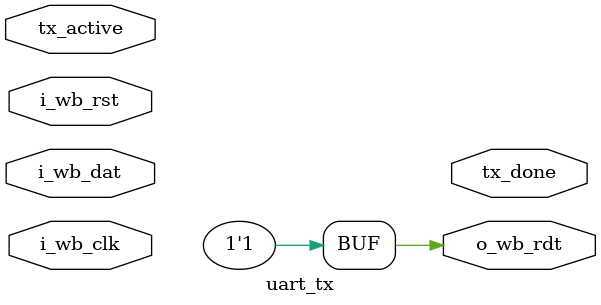
<source format=v>
module uart_tx 
#(  parameter clks_per_bit = 104,
    parameter BITS = 8)
(
    input wire i_wb_clk,
    input wire i_wb_rst,// not sure if reset is needed
    input wire tx_active,
    input wire [BITS-1:0] i_wb_dat,
    output wire tx_done,
    output wire o_wb_rdt = 8'hff
);

localparam  IDLE = 0;
localparam  START = 1;
localparam  TRANSMIT = 2;
localparam  STOP = 3;


reg temp_done = 0;

reg [BITS-1:0] temp_data= 8'hff;

reg[1:0] state = IDLE;
reg[6:0] clock_count = 0;// >= clks_per_bit
reg [2:0] data_index = 0;

always @(posedge i_wb_clk) begin
    case (state)
        IDLE:
        begin
            o_wb_rdt      <= 1'b1; // send 1's whend IDLE
            temp_done   <= 1'b0;
            clock_count <= 0;
            data_index  <=  0;
            temp_data <= i_wb_dat;

            if(tx_active == 1'b1 )
                begin
                    state <= START;
                end
            else
                begin
                    state <= IDLE;
                end
        end 

        START:
        begin
            o_wb_rdt <= 1'b0;

            if (clock_count < clks_per_bit - 1) 
                begin
                    temp_data <= i_wb_dat;
                    clock_count <= clock_count + 1;
                    state <= START;
                end
            else
                begin
                    clock_count <= 0;
                    state <= TRANSMIT;
                end
        end

        TRANSMIT:
        begin
            o_wb_rdt <= temp_data[data_index];// send bits for the byte
            if (clock_count < clks_per_bit - 1) 
                begin
                    clock_count <= clock_count + 1;
                    state <= TRANSMIT;
                end
            else
                begin
                    clock_count <= 0;

                    if(data_index < BITS-1)
                        begin
                            data_index <= data_index + 1;
                            state <= TRANSMIT;
                        end
                    else
                        begin
                            data_index <= 0;
                            state <= STOP;
                        end
                end
        end
        STOP:
        
        begin
            o_wb_rdt <= 1'b1;
           // tx_active <=0;
            if (clock_count < clks_per_bit - 1) begin
                clock_count <= clock_count + 1;
                state <= STOP;
            end
            else
            begin
                temp_done   <= 1'b1;
                clock_count <= 0;
                state <= IDLE;
            end

        end
        default: 
            state <= IDLE;
    endcase
end
assign done = temp_done;
endmodule
</source>
